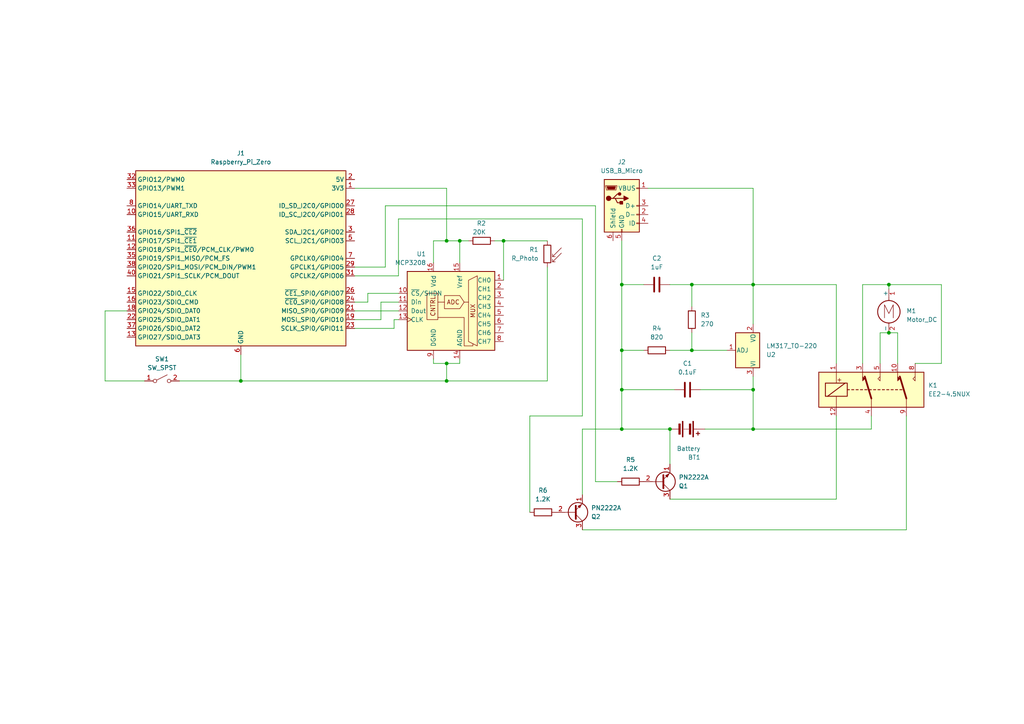
<source format=kicad_sch>
(kicad_sch (version 20250114) (generator "eeschema") (generator_version "9.0")
  (paper "A4")
  (title_block (title "Chicken Door Controller") (date "2025-08-02") (rev "1"))
  (lib_symbols
    (symbol "Analog_ADC:MCP3208" (pin_names (offset 1.016))
      (property "Reference" "U1" (at 7.2233 15.24 0))
      (property "Value" "MCP3208" (at 7.2233 12.7 0))
      (symbol "MCP3208_0_0"
        (text "MUX" (at -6.35 -1.27 900) (effects (font (size 1.27 1.27))))
        (text "ADC" (at -0.635 1.27 0) (effects (font (size 1.27 1.27))))
        (text "CNTRL" (at 5.969 -2.921 900) (effects (font (size 1.27 1.27)) (justify left bottom)))
      )
      (symbol "MCP3208_0_1"
        (polyline (pts (xy -7.62 8.89) (xy -7.62 -11.43) (xy -5.08 -10.16) (xy -5.08 7.62) (xy -7.62 8.89)))
        (polyline (pts (xy -3.81 1.27) (xy -5.08 1.27)))
        (polyline (pts (xy 1.905 3.175) (xy 1.905 -0.635) (xy -2.54 -0.635) (xy -3.81 1.27) (xy -2.54 3.175) (xy 1.905 3.175)))
        (polyline (pts (xy 1.905 1.27) (xy 3.81 1.27)))
        (polyline (pts (xy 3.81 -3.175) (xy -3.81 -3.175) (xy -3.81 -11.43) (xy -6.35 -11.43) (xy -6.35 -10.795)))
        (rectangle (start 3.81 -3.81) (end 6.985 3.81))
        (rectangle (start 12.7 -12.7) (end -12.7 10.16) (stroke (width 0.254)) (fill (type background)))
      )
      (symbol "MCP3208_1_1"
        (pin input line (at -15.24 7.62 0) (length 2.54) (name "CH0") (number "1"))
        (pin input line (at -15.24 5.08 0) (length 2.54) (name "CH1") (number "2"))
        (pin input line (at -15.24 2.54 0) (length 2.54) (name "CH2") (number "3"))
        (pin input line (at -15.24 0 0) (length 2.54) (name "CH3") (number "4"))
        (pin input line (at -15.24 -2.54 0) (length 2.54) (name "CH4") (number "5"))
        (pin input line (at -15.24 -5.08 0) (length 2.54) (name "CH5") (number "6"))
        (pin input line (at -15.24 -7.62 0) (length 2.54) (name "CH6") (number "7"))
        (pin input line (at -15.24 -10.16 0) (length 2.54) (name "CH7") (number "8"))
        (pin power_in line (at -2.54 12.7 270) (length 2.54) (name "Vref") (number "15"))
        (pin power_in line (at -2.54 -15.24 90) (length 2.54) (name "AGND") (number "14"))
        (pin power_in line (at 5.08 12.7 270) (length 2.54) (name "Vdd") (number "16"))
        (pin power_in line (at 5.08 -15.24 90) (length 2.54) (name "DGND") (number "9"))
        (pin input line (at 15.24 3.81 180) (length 2.54) (name "~{CS}/SHDN") (number "10"))
        (pin input line (at 15.24 1.27 180) (length 2.54) (name "Din") (number "11"))
        (pin output line (at 15.24 -1.27 180) (length 2.54) (name "Dout") (number "12"))
        (pin input clock (at 15.24 -3.81 180) (length 2.54) (name "CLK") (number "13"))
      )
    )
    (symbol "Connector:Raspberry_Pi_4"
      (property "Reference" "J" (at -17.526 48.768 0))
      (property "Value" "Raspberry_Pi_4" (at 15.748 -26.416 0))
      (symbol "Raspberry_Pi_4_0_1"
        (rectangle (start -30.48 25.4) (end 30.48 -25.4) (stroke (width 0.254)) (fill (type background)))
      )
      (symbol "Raspberry_Pi_4_1_1"
        (pin bidirectional line (at -33.02 22.86 0) (length 2.54) (name "GPIO12/PWM0") (number "32"))
        (pin bidirectional line (at -33.02 20.32 0) (length 2.54) (name "GPIO13/PWM1") (number "33"))
        (pin bidirectional line (at -33.02 15.24 0) (length 2.54) (name "GPIO14/UART_TXD") (number "8"))
        (pin bidirectional line (at -33.02 12.7 0) (length 2.54) (name "GPIO15/UART_RXD") (number "10"))
        (pin bidirectional line (at -33.02 7.62 0) (length 2.54) (name "GPIO16/SPI1_~{CE2}") (number "36"))
        (pin bidirectional line (at -33.02 5.08 0) (length 2.54) (name "GPIO17/SPI1_~{CE1}") (number "11"))
        (pin bidirectional line (at -33.02 2.54 0) (length 2.54) (name "GPIO18/SPI1_~{CE0}/PCM_CLK/PWM0") (number "12"))
        (pin bidirectional line (at -33.02 0 0) (length 2.54) (name "GPIO19/SPI1_MISO/PCM_FS") (number "35"))
        (pin bidirectional line (at -33.02 -2.54 0) (length 2.54) (name "GPIO20/SPI1_MOSI/PCM_DIN/PWM1") (number "38"))
        (pin bidirectional line (at -33.02 -5.08 0) (length 2.54) (name "GPIO21/SPI1_SCLK/PCM_DOUT") (number "40"))
        (pin bidirectional line (at -33.02 -10.16 0) (length 2.54) (name "GPIO22/SDIO_CLK") (number "15"))
        (pin bidirectional line (at -33.02 -12.7 0) (length 2.54) (name "GPIO23/SDIO_CMD") (number "16"))
        (pin bidirectional line (at -33.02 -15.24 0) (length 2.54) (name "GPIO24/SDIO_DAT0") (number "18"))
        (pin bidirectional line (at -33.02 -17.78 0) (length 2.54) (name "GPIO25/SDIO_DAT1") (number "22"))
        (pin bidirectional line (at -33.02 -20.32 0) (length 2.54) (name "GPIO26/SDIO_DAT2") (number "37"))
        (pin bidirectional line (at -33.02 -22.86 0) (length 2.54) (name "GPIO27/SDIO_DAT3") (number "13"))
        (pin passive line (at 0 -27.94 90) (length 2.54) (hide yes) (name "GND") (number "14"))
        (pin passive line (at 0 -27.94 90) (length 2.54) (hide yes) (name "GND") (number "20"))
        (pin passive line (at 0 -27.94 90) (length 2.54) (hide yes) (name "GND") (number "25"))
        (pin passive line (at 0 -27.94 90) (length 2.54) (hide yes) (name "GND") (number "30"))
        (pin passive line (at 0 -27.94 90) (length 2.54) (hide yes) (name "GND") (number "34"))
        (pin passive line (at 0 -27.94 90) (length 2.54) (hide yes) (name "GND") (number "39"))
        (pin power_out line (at 0 -27.94 90) (length 2.54) (name "GND") (number "6"))
        (pin passive line (at 0 -27.94 90) (length 2.54) (hide yes) (name "GND") (number "9"))
        (pin power_out line (at 33.02 22.86 180) (length 2.54) (name "5V") (number "2"))
        (pin passive line (at 33.02 22.86 180) (length 2.54) (hide yes) (name "5V") (number "4"))
        (pin power_out line (at 33.02 20.32 180) (length 2.54) (name "3V3") (number "1"))
        (pin passive line (at 33.02 20.32 180) (length 2.54) (hide yes) (name "3V3") (number "17"))
        (pin bidirectional line (at 33.02 15.24 180) (length 2.54) (name "ID_SD_I2C0/GPIO00") (number "27"))
        (pin bidirectional line (at 33.02 12.7 180) (length 2.54) (name "ID_SC_I2C0/GPIO01") (number "28"))
        (pin bidirectional line (at 33.02 7.62 180) (length 2.54) (name "SDA_I2C1/GPIO02") (number "3"))
        (pin bidirectional line (at 33.02 5.08 180) (length 2.54) (name "SCL_I2C1/GPIO03") (number "5"))
        (pin bidirectional line (at 33.02 0 180) (length 2.54) (name "GPCLK0/GPIO04") (number "7"))
        (pin bidirectional line (at 33.02 -2.54 180) (length 2.54) (name "GPCLK1/GPIO05") (number "29"))
        (pin bidirectional line (at 33.02 -5.08 180) (length 2.54) (name "GPCLK2/GPIO06") (number "31"))
        (pin bidirectional line (at 33.02 -10.16 180) (length 2.54) (name "~{CE1}_SPI0/GPIO07") (number "26"))
        (pin bidirectional line (at 33.02 -12.7 180) (length 2.54) (name "~{CE0}_SPI0/GPIO08") (number "24"))
        (pin bidirectional line (at 33.02 -15.24 180) (length 2.54) (name "MISO_SPI0/GPIO09") (number "21"))
        (pin bidirectional line (at 33.02 -17.78 180) (length 2.54) (name "MOSI_SPI0/GPIO10") (number "19"))
        (pin bidirectional line (at 33.02 -20.32 180) (length 2.54) (name "SCLK_SPI0/GPIO11") (number "23"))
      )
    )
    (symbol "Connector:USB_B_Micro" (pin_names (offset 1.016))
      (property "Reference" "J" (at -5.08 11.43 0))
      (property "Value" "USB_B_Micro" (at -5.08 8.89 0))
      (symbol "USB_B_Micro_0_1"
        (rectangle (start -5.08 -7.62) (end 5.08 7.62) (stroke (width 0.254)) (fill (type background)))
        (polyline (pts (xy -4.699 5.842) (xy -4.699 5.588) (xy -4.445 4.826) (xy -4.445 4.572) (xy -1.651 4.572) (xy -1.651 4.826) (xy -1.397 5.588) (xy -1.397 5.842) (xy -4.699 5.842)))
        (polyline (pts (xy -4.318 5.588) (xy -1.778 5.588) (xy -2.032 4.826) (xy -4.064 4.826) (xy -4.318 5.588)) (fill (type outline)))
        (circle (center -3.81 2.159) (radius 0.635) (stroke (width 0.254)) (fill (type outline)))
        (polyline (pts (xy -3.175 2.159) (xy -2.54 2.159) (xy -1.27 3.429) (xy -0.635 3.429)) (stroke (width 0.254)))
        (polyline (pts (xy -2.54 2.159) (xy -1.905 2.159) (xy -1.27 0.889) (xy 0 0.889)) (stroke (width 0.254)))
        (polyline (pts (xy -1.905 2.159) (xy 0.635 2.159)) (stroke (width 0.254)))
        (circle (center -0.635 3.429) (radius 0.381) (stroke (width 0.254)) (fill (type outline)))
        (rectangle (start -0.127 -7.62) (end 0.127 -6.858))
        (rectangle (start 0.254 1.27) (end -0.508 0.508) (stroke (width 0.254)) (fill (type outline)))
        (polyline (pts (xy 0.635 2.794) (xy 0.635 1.524) (xy 1.905 2.159) (xy 0.635 2.794)) (stroke (width 0.254)) (fill (type outline)))
        (rectangle (start 5.08 4.953) (end 4.318 5.207))
        (rectangle (start 5.08 -0.127) (end 4.318 0.127))
        (rectangle (start 5.08 -2.667) (end 4.318 -2.413))
        (rectangle (start 5.08 -5.207) (end 4.318 -4.953))
      )
      (symbol "USB_B_Micro_1_1"
        (pin passive line (at -2.54 -10.16 90) (length 2.54) (name "Shield") (number "6"))
        (pin power_out line (at 0 -10.16 90) (length 2.54) (name "GND") (number "5"))
        (pin power_out line (at 7.62 5.08 180) (length 2.54) (name "VBUS") (number "1"))
        (pin bidirectional line (at 7.62 0 180) (length 2.54) (name "D+") (number "3"))
        (pin bidirectional line (at 7.62 -2.54 180) (length 2.54) (name "D-") (number "2"))
        (pin passive line (at 7.62 -5.08 180) (length 2.54) (name "ID") (number "4"))
      )
    )
    (symbol "Device:Battery" (pin_numbers (hide yes)) (pin_names (offset 0) (hide yes))
      (property "Reference" "BT" (at 2.54 2.54 0))
      (property "Value" "Battery" (at 2.54 0 0))
      (symbol "Battery_0_1"
        (rectangle (start -2.286 1.778) (end 2.286 1.524) (fill (type outline)))
        (rectangle (start -2.286 -1.27) (end 2.286 -1.524) (fill (type outline)))
        (rectangle (start -1.524 1.016) (end 1.524 0.508) (fill (type outline)))
        (rectangle (start -1.524 -2.032) (end 1.524 -2.54) (fill (type outline)))
        (polyline (pts (xy 0 1.778) (xy 0 2.54)))
        (polyline (pts (xy 0 0) (xy 0 0.254)))
        (polyline (pts (xy 0 -0.508) (xy 0 -0.254)))
        (polyline (pts (xy 0 -1.016) (xy 0 -0.762)))
        (polyline (pts (xy 0.762 3.048) (xy 1.778 3.048)) (stroke (width 0.254)))
        (polyline (pts (xy 1.27 3.556) (xy 1.27 2.54)) (stroke (width 0.254)))
      )
      (symbol "Battery_1_1"
        (pin passive line (at 0 5.08 270) (length 2.54) (name "+") (number "1"))
        (pin passive line (at 0 -5.08 90) (length 2.54) (name "-") (number "2"))
      )
    )
    (symbol "Device:C" (pin_numbers (hide yes)) (pin_names (offset 0.254))
      (property "Reference" "C" (at 0.635 2.54 0))
      (property "Value" "C" (at 0.635 -2.54 0))
      (symbol "C_0_1"
        (polyline (pts (xy -2.032 0.762) (xy 2.032 0.762)) (stroke (width 0.508)))
        (polyline (pts (xy -2.032 -0.762) (xy 2.032 -0.762)) (stroke (width 0.508)))
      )
      (symbol "C_1_1"
        (pin passive line (at 0 3.81 270) (length 2.794) (name "~") (number "1"))
        (pin passive line (at 0 -3.81 90) (length 2.794) (name "~") (number "2"))
      )
    )
    (symbol "Device:R" (pin_numbers (hide yes)) (pin_names (offset 0))
      (property "Reference" "R" (at 2.032 0 90))
      (property "Value" "R" (at 0 0 90))
      (symbol "R_0_1"
        (rectangle (start -1.016 -2.54) (end 1.016 2.54) (stroke (width 0.254)))
      )
      (symbol "R_1_1"
        (pin passive line (at 0 3.81 270) (length 1.27) (name "~") (number "1"))
        (pin passive line (at 0 -3.81 90) (length 1.27) (name "~") (number "2"))
      )
    )
    (symbol "Device:R_Photo" (pin_numbers (hide yes)) (pin_names (offset 0))
      (property "Reference" "R" (at 1.27 1.27 0))
      (property "Value" "R_Photo" (at 1.27 0 0))
      (symbol "R_Photo_0_1"
        (polyline (pts (xy -1.524 -0.762) (xy -4.064 1.778)))
        (polyline (pts (xy -1.524 -0.762) (xy -2.286 -0.762)))
        (polyline (pts (xy -1.524 -0.762) (xy -1.524 0)))
        (polyline (pts (xy -1.524 -2.286) (xy -4.064 0.254)))
        (polyline (pts (xy -1.524 -2.286) (xy -2.286 -2.286)))
        (polyline (pts (xy -1.524 -2.286) (xy -1.524 -1.524)))
        (rectangle (start -1.016 2.54) (end 1.016 -2.54) (stroke (width 0.254)))
      )
      (symbol "R_Photo_1_1"
        (pin passive line (at 0 3.81 270) (length 1.27) (name "~") (number "1"))
        (pin passive line (at 0 -3.81 90) (length 1.27) (name "~") (number "2"))
      )
    )
    (symbol "Motor:Motor_DC" (pin_names (offset 0))
      (property "Reference" "M" (at 2.54 2.54 0))
      (property "Value" "Motor_DC" (at 2.54 -5.08 0))
      (symbol "Motor_DC_0_0"
        (polyline (pts (xy -1.27 -3.302) (xy -1.27 0.508) (xy 0 -2.032) (xy 1.27 0.508) (xy 1.27 -3.302)))
      )
      (symbol "Motor_DC_0_1"
        (polyline (pts (xy 0 2.032) (xy 0 2.54)))
        (polyline (pts (xy 0 1.7272) (xy 0 2.0828)))
        (circle (center 0 -1.524) (radius 3.2512) (stroke (width 0.254)))
        (polyline (pts (xy 0 -4.7752) (xy 0 -5.1816)))
        (polyline (pts (xy 0 -7.62) (xy 0 -7.112)))
      )
      (symbol "Motor_DC_1_1"
        (pin passive line (at 0 5.08 270) (length 2.54) (name "+") (number "1"))
        (pin passive line (at 0 -7.62 90) (length 2.54) (name "-") (number "2"))
      )
    )
    (symbol "Regulator_Linear:LM317_TO-220" (pin_names (offset 0.254))
      (property "Reference" "U" (at -3.81 3.175 0))
      (property "Value" "LM317_TO-220" (at 0 3.175 0))
      (symbol "LM317_TO-220_0_1"
        (rectangle (start -5.08 1.905) (end 5.08 -5.08) (stroke (width 0.254)) (fill (type background)))
      )
      (symbol "LM317_TO-220_1_1"
        (pin power_in line (at -7.62 0 0) (length 2.54) (name "VI") (number "3"))
        (pin input line (at 0 -7.62 90) (length 2.54) (name "ADJ") (number "1"))
        (pin power_out line (at 7.62 0 180) (length 2.54) (name "VO") (number "2"))
      )
    )
    (symbol "Relay:EE2-4.5NUX"
      (property "Reference" "K" (at 15.24 8.89 0))
      (property "Value" "EE2-4.5NUX" (at 19.05 6.35 0))
      (symbol "EE2-4.5NUX_1_1"
        (rectangle (start -15.24 5.08) (end 15.24 -5.08) (stroke (width 0.254)) (fill (type background)))
        (rectangle (start -13.335 1.905) (end -6.985 -1.905) (stroke (width 0.254)))
        (polyline (pts (xy -12.7 -1.905) (xy -7.62 1.905)) (stroke (width 0.254)))
        (polyline (pts (xy -10.16 5.08) (xy -10.16 1.905)))
        (polyline (pts (xy -10.16 -5.08) (xy -10.16 -1.905)))
        (polyline (pts (xy -6.985 0) (xy -6.35 0)) (stroke (width 0.254)))
        (polyline (pts (xy -5.715 0) (xy -5.08 0)) (stroke (width 0.254)))
        (polyline (pts (xy -4.445 0) (xy -3.81 0)) (stroke (width 0.254)))
        (polyline (pts (xy -3.175 0) (xy -2.54 0)) (stroke (width 0.254)))
        (polyline (pts (xy -2.54 5.08) (xy -2.54 2.54) (xy -1.905 3.175) (xy -2.54 3.81)) (fill (type outline)))
        (polyline (pts (xy -1.905 0) (xy -1.27 0)) (stroke (width 0.254)))
        (polyline (pts (xy -0.635 0) (xy 0 0)) (stroke (width 0.254)))
        (polyline (pts (xy 0 -2.54) (xy -1.905 3.81)) (stroke (width 0.508)))
        (polyline (pts (xy 0 -2.54) (xy 0 -5.08)))
        (polyline (pts (xy 0.635 0) (xy 1.27 0)) (stroke (width 0.254)))
        (polyline (pts (xy 1.905 0) (xy 2.54 0)) (stroke (width 0.254)))
        (polyline (pts (xy 2.54 5.08) (xy 2.54 2.54) (xy 1.905 3.175) (xy 2.54 3.81)))
        (polyline (pts (xy 3.175 0) (xy 3.81 0)) (stroke (width 0.254)))
        (polyline (pts (xy 4.445 0) (xy 5.08 0)) (stroke (width 0.254)))
        (polyline (pts (xy 5.715 0) (xy 6.35 0)) (stroke (width 0.254)))
        (polyline (pts (xy 6.985 0) (xy 7.62 0)) (stroke (width 0.254)))
        (polyline (pts (xy 7.62 5.08) (xy 7.62 2.54) (xy 8.255 3.175) (xy 7.62 3.81)) (fill (type outline)))
        (polyline (pts (xy 8.255 0) (xy 8.89 0)) (stroke (width 0.254)))
        (polyline (pts (xy 10.16 -2.54) (xy 8.255 3.81)) (stroke (width 0.508)))
        (polyline (pts (xy 10.16 -2.54) (xy 10.16 -5.08)))
        (polyline (pts (xy 12.7 5.08) (xy 12.7 2.54) (xy 12.065 3.175) (xy 12.7 3.81)))
        (text "+" (at -9.271 2.921 0) (effects (font (size 1.27 1.27))))
        (pin passive line (at -10.16 7.62 270) (length 2.54) (name "~") (number "1"))
        (pin passive line (at -10.16 -7.62 90) (length 2.54) (name "~") (number "12"))
        (pin passive line (at -2.54 7.62 270) (length 2.54) (name "~") (number "3"))
        (pin passive line (at 0 -7.62 90) (length 2.54) (name "~") (number "4"))
        (pin passive line (at 2.54 7.62 270) (length 2.54) (name "~") (number "5"))
        (pin passive line (at 7.62 7.62 270) (length 2.54) (name "~") (number "10"))
        (pin passive line (at 10.16 -7.62 90) (length 2.54) (name "~") (number "9"))
        (pin passive line (at 12.7 7.62 270) (length 2.54) (name "~") (number "8"))
      )
    )
    (symbol "Switch:SW_SPST" (pin_names (offset 0) (hide yes))
      (property "Reference" "SW" (at 0 3.175 0))
      (property "Value" "SW_SPST" (at 0 -2.54 0))
      (symbol "SW_SPST_0_0"
        (circle (center -2.032 0) (radius 0.508))
        (polyline (pts (xy -1.524 0.254) (xy 1.524 1.778)))
        (circle (center 2.032 0) (radius 0.508))
      )
      (symbol "SW_SPST_1_1"
        (pin passive line (at -5.08 0 0) (length 2.54) (name "A") (number "1"))
        (pin passive line (at 5.08 0 180) (length 2.54) (name "B") (number "2"))
      )
    )
    (symbol "Transistor_BJT:PN2222A" (pin_names (offset 0) (hide yes))
      (property "Reference" "Q" (at 5.08 1.905 0))
      (property "Value" "PN2222A" (at 5.08 0 0))
      (symbol "PN2222A_0_1"
        (polyline (pts (xy -2.54 0) (xy 0.635 0)))
        (polyline (pts (xy 0.635 1.905) (xy 0.635 -1.905)) (stroke (width 0.508)))
        (circle (center 1.27 0) (radius 2.8194) (stroke (width 0.254)))
      )
      (symbol "PN2222A_1_1"
        (polyline (pts (xy 0.635 0.635) (xy 2.54 2.54)))
        (polyline (pts (xy 0.635 -0.635) (xy 2.54 -2.54)))
        (polyline (pts (xy 1.27 -1.778) (xy 1.778 -1.27) (xy 2.286 -2.286) (xy 1.27 -1.778)) (fill (type outline)))
        (pin input line (at -5.08 0 0) (length 2.54) (name "B") (number "2"))
        (pin passive line (at 2.54 5.08 270) (length 2.54) (name "C") (number "3"))
        (pin passive line (at 2.54 -5.08 90) (length 2.54) (name "E") (number "1"))
      )
    )
  )
  (junction (at 180.34 124.46))
  (junction (at 146.05 69.85))
  (junction (at 194.31 124.46))
  (junction (at 133.35 69.85))
  (junction (at 69.85 110.49))
  (junction (at 200.66 101.6))
  (junction (at 129.54 110.49))
  (junction (at 218.44 113.03))
  (junction (at 180.34 101.6))
  (junction (at 218.44 82.55))
  (junction (at 257.81 82.55))
  (junction (at 180.34 82.55))
  (junction (at 129.54 105.41))
  (junction (at 257.81 96.52))
  (junction (at 180.34 113.03))
  (junction (at 129.54 69.85))
  (junction (at 200.66 82.55))
  (junction (at 218.44 124.46))
  (wire (pts (xy 194.31 144.78) (xy 242.57 144.78)))
  (wire (pts (xy 158.75 69.85) (xy 146.05 69.85)))
  (wire (pts (xy 114.3 92.71) (xy 114.3 95.25)))
  (wire (pts (xy 168.91 124.46) (xy 180.34 124.46)))
  (wire (pts (xy 255.27 96.52) (xy 257.81 96.52)))
  (wire (pts (xy 180.34 82.55) (xy 180.34 101.6)))
  (wire (pts (xy 133.35 76.2) (xy 133.35 69.85)))
  (wire (pts (xy 242.57 82.55) (xy 218.44 82.55)))
  (wire (pts (xy 146.05 69.85) (xy 143.51 69.85)))
  (wire (pts (xy 204.47 124.46) (xy 218.44 124.46)))
  (wire (pts (xy 242.57 144.78) (xy 242.57 120.65)))
  (wire (pts (xy 180.34 101.6) (xy 180.34 113.03)))
  (wire (pts (xy 194.31 101.6) (xy 200.66 101.6)))
  (wire (pts (xy 203.2 113.03) (xy 218.44 113.03)))
  (wire (pts (xy 172.72 59.69) (xy 172.72 139.7)))
  (wire (pts (xy 200.66 96.52) (xy 200.66 101.6)))
  (wire (pts (xy 262.89 153.67) (xy 262.89 120.65)))
  (wire (pts (xy 168.91 124.46) (xy 168.91 143.51)))
  (wire (pts (xy 250.19 82.55) (xy 257.81 82.55)))
  (wire (pts (xy 111.76 77.47) (xy 111.76 59.69)))
  (wire (pts (xy 111.76 59.69) (xy 172.72 59.69)))
  (wire (pts (xy 146.05 69.85) (xy 146.05 81.28)))
  (wire (pts (xy 194.31 134.62) (xy 194.31 124.46)))
  (wire (pts (xy 115.57 85.09) (xy 106.68 85.09)))
  (wire (pts (xy 200.66 82.55) (xy 194.31 82.55)))
  (wire (pts (xy 218.44 82.55) (xy 218.44 93.98)))
  (wire (pts (xy 180.34 101.6) (xy 186.69 101.6)))
  (wire (pts (xy 106.68 87.63) (xy 102.87 87.63)))
  (wire (pts (xy 273.05 105.41) (xy 265.43 105.41)))
  (wire (pts (xy 110.49 92.71) (xy 102.87 92.71)))
  (wire (pts (xy 168.91 153.67) (xy 262.89 153.67)))
  (wire (pts (xy 133.35 105.41) (xy 133.35 104.14)))
  (wire (pts (xy 200.66 101.6) (xy 210.82 101.6)))
  (wire (pts (xy 129.54 105.41) (xy 133.35 105.41)))
  (wire (pts (xy 273.05 105.41) (xy 273.05 82.55)))
  (wire (pts (xy 242.57 105.41) (xy 242.57 82.55)))
  (wire (pts (xy 115.57 87.63) (xy 110.49 87.63)))
  (wire (pts (xy 273.05 82.55) (xy 257.81 82.55)))
  (wire (pts (xy 250.19 105.41) (xy 250.19 82.55)))
  (wire (pts (xy 30.48 90.17) (xy 36.83 90.17)))
  (wire (pts (xy 218.44 54.61) (xy 218.44 82.55)))
  (wire (pts (xy 125.73 104.14) (xy 125.73 105.41)))
  (wire (pts (xy 180.34 69.85) (xy 180.34 82.55)))
  (wire (pts (xy 186.69 82.55) (xy 180.34 82.55)))
  (wire (pts (xy 52.07 110.49) (xy 69.85 110.49)))
  (wire (pts (xy 172.72 139.7) (xy 179.07 139.7)))
  (wire (pts (xy 106.68 85.09) (xy 106.68 87.63)))
  (wire (pts (xy 114.3 95.25) (xy 102.87 95.25)))
  (wire (pts (xy 41.91 110.49) (xy 30.48 110.49)))
  (wire (pts (xy 180.34 113.03) (xy 180.34 124.46)))
  (wire (pts (xy 180.34 113.03) (xy 195.58 113.03)))
  (wire (pts (xy 218.44 113.03) (xy 218.44 124.46)))
  (wire (pts (xy 135.89 69.85) (xy 133.35 69.85)))
  (wire (pts (xy 158.75 110.49) (xy 129.54 110.49)))
  (wire (pts (xy 125.73 76.2) (xy 125.73 69.85)))
  (wire (pts (xy 252.73 120.65) (xy 252.73 124.46)))
  (wire (pts (xy 153.67 120.65) (xy 153.67 148.59)))
  (wire (pts (xy 158.75 77.47) (xy 158.75 110.49)))
  (wire (pts (xy 110.49 87.63) (xy 110.49 92.71)))
  (wire (pts (xy 168.91 63.5) (xy 168.91 120.65)))
  (wire (pts (xy 255.27 105.41) (xy 255.27 96.52)))
  (wire (pts (xy 180.34 124.46) (xy 194.31 124.46)))
  (wire (pts (xy 102.87 90.17) (xy 115.57 90.17)))
  (wire (pts (xy 218.44 82.55) (xy 200.66 82.55)))
  (wire (pts (xy 129.54 69.85) (xy 125.73 69.85)))
  (wire (pts (xy 30.48 110.49) (xy 30.48 90.17)))
  (wire (pts (xy 125.73 105.41) (xy 129.54 105.41)))
  (wire (pts (xy 69.85 110.49) (xy 69.85 102.87)))
  (wire (pts (xy 102.87 77.47) (xy 111.76 77.47)))
  (wire (pts (xy 69.85 110.49) (xy 129.54 110.49)))
  (wire (pts (xy 218.44 124.46) (xy 252.73 124.46)))
  (wire (pts (xy 102.87 80.01) (xy 115.57 80.01)))
  (wire (pts (xy 218.44 109.22) (xy 218.44 113.03)))
  (wire (pts (xy 115.57 92.71) (xy 114.3 92.71)))
  (wire (pts (xy 129.54 54.61) (xy 129.54 69.85)))
  (wire (pts (xy 115.57 80.01) (xy 115.57 63.5)))
  (wire (pts (xy 129.54 54.61) (xy 102.87 54.61)))
  (wire (pts (xy 129.54 110.49) (xy 129.54 105.41)))
  (wire (pts (xy 187.96 54.61) (xy 218.44 54.61)))
  (wire (pts (xy 115.57 63.5) (xy 168.91 63.5)))
  (wire (pts (xy 257.81 82.55) (xy 257.81 83.82)))
  (wire (pts (xy 133.35 69.85) (xy 129.54 69.85)))
  (wire (pts (xy 168.91 120.65) (xy 153.67 120.65)))
  (wire (pts (xy 200.66 82.55) (xy 200.66 88.9)))
  (wire (pts (xy 260.35 96.52) (xy 257.81 96.52)))
  (wire (pts (xy 260.35 105.41) (xy 260.35 96.52)))
  (symbol (lib_id "Relay:EE2-4.5NUX") (at 252.73 113.03 0) (unit 1)
    (property "Reference" "K1" (at 269.24 111.7599 0) (effects (justify left)))
    (property "Value" "EE2-4.5NUX" (at 269.24 114.2999 0) (effects (justify left)))
    (property "Footprint" "Relay_SMD:Relay_DPDT_Kemet_EE2_NUX_NKX" (effects (hide yes)))
    (property "Datasheet" "https://content.kemet.com/datasheets/KEM_R7002_EC2_EE2.pdf" (effects (hide yes)))
    (property "Description" "General purpose signal relay, Kemet EE2 Series, DPDT (2 Form C), non-latching, high solder joint reliability SMD, 60W/125VA, 220VDC/250VAC, 2A, 4.5V DC coil" (effects (hide yes)))
  )
  (symbol (lib_id "Device:R") (at 190.5 101.6 270) (unit 1)
    (property "Reference" "R4" (at 190.5 95.25 90))
    (property "Value" "820" (at 190.5 97.79 90))
    (property "Description" "Resistor" (effects (hide yes)))
  )
  (symbol (lib_id "Motor:Motor_DC") (at 257.81 88.9 0) (unit 1)
    (property "Reference" "M1" (at 262.89 90.1699 0) (effects (justify left)))
    (property "Value" "Motor_DC" (at 262.89 92.7099 0) (effects (justify left)))
    (property "Description" "DC Motor" (effects (hide yes)))
  )
  (symbol (lib_id "Analog_ADC:MCP3208") (at 130.81 88.9 0) (mirror y) (unit 1)
    (property "Reference" "U1" (at 123.5867 73.66 0) (effects (justify left)))
    (property "Value" "MCP3208" (at 123.5867 76.2 0) (effects (justify left)))
    (property "Datasheet" "http://ww1.microchip.com/downloads/en/DeviceDoc/21298c.pdf" (effects (hide yes)))
    (property "Description" "A/D Converter, 12-Bit, 8-Channel, SPI Interface , 2.7V-5.5V" (effects (hide yes)))
  )
  (symbol (lib_id "Transistor_BJT:PN2222A") (at 166.37 148.59 0) (mirror x) (unit 1)
    (property "Reference" "Q2" (at 171.45 149.8601 0) (effects (justify left)))
    (property "Value" "PN2222A" (at 171.45 147.3201 0) (effects (justify left)))
    (property "Footprint" "Package_TO_SOT_THT:TO-92_Inline" (effects (hide yes)))
    (property "Datasheet" "https://www.onsemi.com/pub/Collateral/PN2222-D.PDF" (effects (hide yes)))
    (property "Description" "1A Ic, 40V Vce, NPN Transistor, General Purpose Transistor, TO-92" (effects (hide yes)))
  )
  (symbol (lib_id "Device:R") (at 157.48 148.59 270) (unit 1)
    (property "Reference" "R6" (at 157.48 142.24 90))
    (property "Value" "1.2K" (at 157.48 144.78 90))
    (property "Description" "Resistor" (effects (hide yes)))
  )
  (symbol (lib_id "Device:R") (at 139.7 69.85 270) (mirror x) (unit 1)
    (property "Reference" "R2" (at 140.97 64.7699 90) (effects (justify right)))
    (property "Value" "20K" (at 140.97 67.3099 90) (effects (justify right)))
    (property "Description" "Resistor" (effects (hide yes)))
  )
  (symbol (lib_id "Device:R_Photo") (at 158.75 73.66 0) (mirror y) (unit 1)
    (property "Reference" "R1" (at 156.21 72.3899 0) (effects (justify left)))
    (property "Value" "R_Photo" (at 156.21 74.9299 0) (effects (justify left)))
    (property "Description" "Photoresistor" (effects (hide yes)))
  )
  (symbol (lib_id "Transistor_BJT:PN2222A") (at 191.77 139.7 0) (mirror x) (unit 1)
    (property "Reference" "Q1" (at 196.85 140.9701 0) (effects (justify left)))
    (property "Value" "PN2222A" (at 196.85 138.4301 0) (effects (justify left)))
    (property "Footprint" "Package_TO_SOT_THT:TO-92_Inline" (effects (hide yes)))
    (property "Datasheet" "https://www.onsemi.com/pub/Collateral/PN2222-D.PDF" (effects (hide yes)))
    (property "Description" "1A Ic, 40V Vce, NPN Transistor, General Purpose Transistor, TO-92" (effects (hide yes)))
  )
  (symbol (lib_id "Connector:USB_B_Micro") (at 180.34 59.69 0) (unit 1)
    (property "Reference" "J2" (at 180.34 46.99 0))
    (property "Value" "USB_B_Micro" (at 180.34 49.53 0))
    (property "Description" "USB Micro Type B connector" (effects (hide yes)))
  )
  (symbol (lib_id "Device:C") (at 190.5 82.55 270) (unit 1)
    (property "Reference" "C2" (at 190.5 74.93 90))
    (property "Value" "1uF" (at 190.5 77.47 90))
    (property "Description" "Unpolarized capacitor" (effects (hide yes)))
  )
  (symbol (lib_id "Device:Battery") (at 199.39 124.46 270) (unit 1)
    (property "Reference" "BT1" (at 203.2 132.6516 90) (effects (justify right)))
    (property "Value" "Battery" (at 203.2 130.1116 90) (effects (justify right)))
    (property "Description" "Multiple-cell battery" (effects (hide yes)))
  )
  (symbol (lib_id "Regulator_Linear:LM317_TO-220") (at 218.44 101.6 270) (mirror x) (unit 1)
    (property "Reference" "U2" (at 222.25 102.8701 90) (effects (justify left)))
    (property "Value" "LM317_TO-220" (at 222.25 100.3301 90) (effects (justify left)))
    (property "Footprint" "Package_TO_SOT_THT:TO-220-3_Vertical" (effects (hide yes)))
    (property "Datasheet" "http://www.ti.com/lit/ds/symlink/lm317.pdf" (effects (hide yes)))
    (property "Description" "1.5A 35V Adjustable Linear Regulator, TO-220" (effects (hide yes)))
  )
  (symbol (lib_id "Device:R") (at 182.88 139.7 270) (unit 1)
    (property "Reference" "R5" (at 182.88 133.35 90))
    (property "Value" "1.2K" (at 182.88 135.89 90))
    (property "Description" "Resistor" (effects (hide yes)))
  )
  (symbol (lib_id "Device:C") (at 199.39 113.03 270) (unit 1)
    (property "Reference" "C1" (at 199.39 105.41 90))
    (property "Value" "0.1uF" (at 199.39 107.95 90))
    (property "Description" "Unpolarized capacitor" (effects (hide yes)))
  )
  (symbol (lib_id "Switch:SW_SPST") (at 46.99 110.49 0) (unit 1)
    (property "Reference" "SW1" (at 46.99 104.14 0))
    (property "Value" "SW_SPST" (at 46.99 106.68 0))
    (property "Description" "Single Pole Single Throw (SPST) switch" (effects (hide yes)))
  )
  (symbol (lib_id "Device:R") (at 200.66 92.71 0) (unit 1)
    (property "Reference" "R3" (at 203.2 91.4399 0) (effects (justify left)))
    (property "Value" "270" (at 203.2 93.9799 0) (effects (justify left)))
    (property "Description" "Resistor" (effects (hide yes)))
  )
  (symbol (lib_id "Connector:Raspberry_Pi_4") (at 69.85 74.93 0) (unit 1)
    (property "Reference" "J1" (at 69.85 44.45 0))
    (property "Value" "Raspberry_Pi_Zero" (at 69.85 46.99 0))
    (property "Datasheet" "https://datasheets.raspberrypi.com/rpi4/raspberry-pi-4-datasheet.pdf" (effects (hide yes)))
    (property "Description" "Raspberry Pi 4 Model B" (effects (hide yes)))
  )
)
</source>
